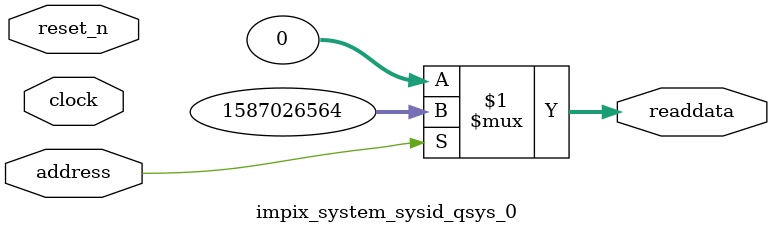
<source format=v>



// synthesis translate_off
`timescale 1ns / 1ps
// synthesis translate_on

// turn off superfluous verilog processor warnings 
// altera message_level Level1 
// altera message_off 10034 10035 10036 10037 10230 10240 10030 

module impix_system_sysid_qsys_0 (
               // inputs:
                address,
                clock,
                reset_n,

               // outputs:
                readdata
             )
;

  output  [ 31: 0] readdata;
  input            address;
  input            clock;
  input            reset_n;

  wire    [ 31: 0] readdata;
  //control_slave, which is an e_avalon_slave
  assign readdata = address ? 1587026564 : 0;

endmodule



</source>
